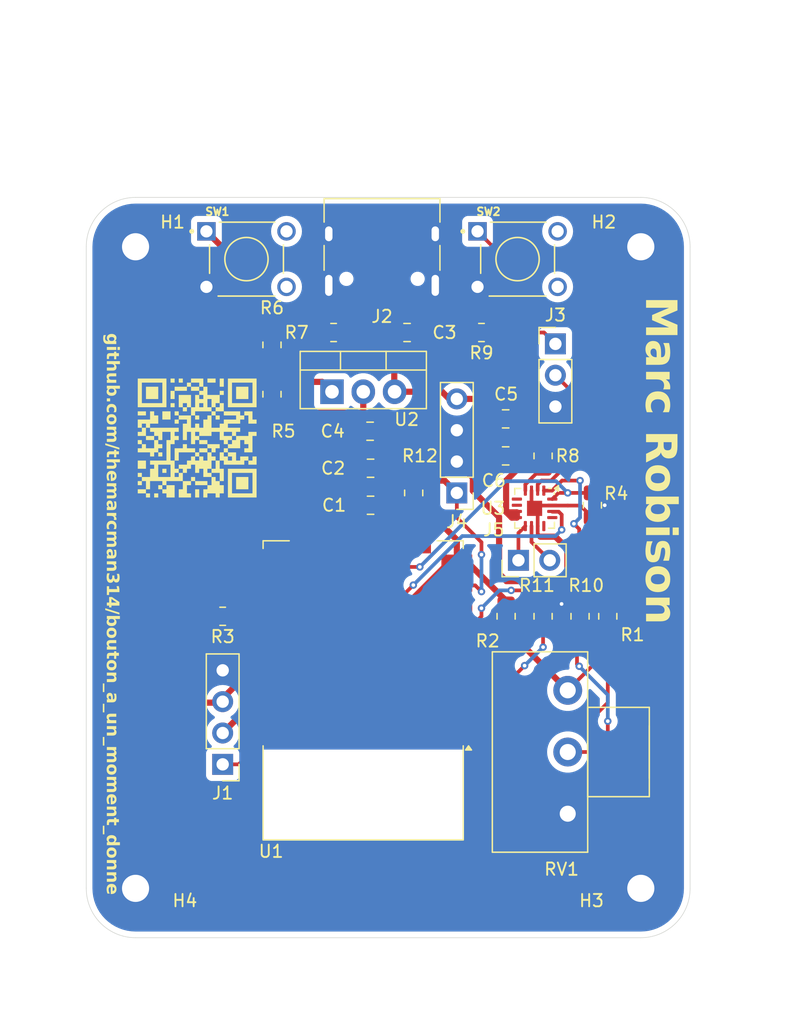
<source format=kicad_pcb>
(kicad_pcb (version 20241229) (generator "pcbnew") (generator_version "9.0")
  (layers (0 "F.Cu" signal) (2 "B.Cu" signal) (13 "F.Paste" user) (15 "B.Paste" user) (5 "F.SilkS" user "F.Silkscreen") (7 "B.SilkS" user "B.Silkscreen") (1 "F.Mask" user) (3 "B.Mask" user) (25 "Edge.Cuts" user))
  (net 0 "")
  (net 1 "GND")
  (net 2 "+3V3")
  (net 3 "+5V")
  (net 4 "Rx")
  (net 5 "Tx")
  (net 6 "Net-(J2-CC1)")
  (net 7 "Net-(J3-Pin_1)")
  (net 8 "GAIN_SELECT")
  (net 9 "Net-(J4-Pin_1)")
  (net 10 "outP")
  (net 11 "outN")
  (net 12 "Net-(U1-~{RST})")
  (net 13 "Net-(U1-EN)")
  (net 14 "Net-(U1-GPIO0)")
  (net 15 "BCLK")
  (net 16 "Net-(U2-ADJ)")
  (net 17 "Net-(U3-~{SD_MODE})")
  (net 18 "Net-(U1-ADC)")
  (net 19 "Net-(R10-Pad1)")
  (net 26 "LRC")
  (footprint "Connector_PinHeader_2.54mm:PinHeader_1x04_P2.54mm_Vertical" (layer "F.Cu") (at 127.07 85.95 180)
    (property "Reference" "J1" (at 0 -2.33 0) (layer "F.SilkS"))
    (property "Value" "Conn_01x04_Pin")
    (pad "1" thru_hole rect (at 0 0 180) (size 1.7 1.7) (drill 1) (layers "*.Cu" "*.Mask") (net 5 "Tx"))
    (pad "2" thru_hole oval (at 0 2.54 180) (size 1.7 1.7) (drill 1) (layers "*.Cu" "*.Mask") (net 4 "Rx"))
    (pad "3" thru_hole oval (at 0 5.08 180) (size 1.7 1.7) (drill 1) (layers "*.Cu" "*.Mask") (net 2 "+3V3"))
    (pad "4" thru_hole oval (at 0 7.62 180) (size 1.7 1.7) (drill 1) (layers "*.Cu" "*.Mask") (net 1 "GND"))
  )
  (footprint "Package_DFN_QFN:TQFN-16-1EP_3x3mm_P0.5mm_EP1.23x1.23mm" (layer "F.Cu") (at 152.38 65.2 -90)
    (property "Reference" "U3" (at 0 3.38 0) (layer "F.SilkS"))
    (property "Value" "MAX98357A")
    (pad "1" smd roundrect (at -1.4375 -0.75 270) (size 0.825 0.25) (layers "F.Cu" "F.Mask" "F.Paste") (net 4 "Rx"))
    (pad "2" smd roundrect (at -1.4375 -0.25 270) (size 0.825 0.25) (layers "F.Cu" "F.Mask" "F.Paste") (net 8 "GAIN_SELECT"))
    (pad "3" smd roundrect (at -1.4375 0.25 270) (size 0.825 0.25) (layers "F.Cu" "F.Mask" "F.Paste") (net 1 "GND"))
    (pad "4" smd roundrect (at -1.4375 0.75 270) (size 0.825 0.25) (layers "F.Cu" "F.Mask" "F.Paste") (net 17 "Net-(U3-~{SD_MODE})"))
    (pad "5" smd roundrect (at -0.75 1.4375 270) (size 0.25 0.825) (layers "F.Cu" "F.Mask" "F.Paste"))
    (pad "6" smd roundrect (at -0.25 1.4375 270) (size 0.25 0.825) (layers "F.Cu" "F.Mask" "F.Paste"))
    (pad "7" smd roundrect (at 0.25 1.4375 270) (size 0.25 0.825) (layers "F.Cu" "F.Mask" "F.Paste") (net 3 "+5V"))
    (pad "8" smd roundrect (at 0.75 1.4375 270) (size 0.25 0.825) (layers "F.Cu" "F.Mask" "F.Paste") (net 3 "+5V"))
    (pad "9" smd roundrect (at 1.4375 0.75 270) (size 0.825 0.25) (layers "F.Cu" "F.Mask" "F.Paste") (net 10 "outP"))
    (pad "10" smd roundrect (at 1.4375 0.25 270) (size 0.825 0.25) (layers "F.Cu" "F.Mask" "F.Paste") (net 11 "outN"))
    (pad "11" smd roundrect (at 1.4375 -0.25 270) (size 0.825 0.25) (layers "F.Cu" "F.Mask" "F.Paste") (net 1 "GND"))
    (pad "12" smd roundrect (at 1.4375 -0.75 270) (size 0.825 0.25) (layers "F.Cu" "F.Mask" "F.Paste"))
    (pad "13" smd roundrect (at 0.75 -1.4375 270) (size 0.25 0.825) (layers "F.Cu" "F.Mask" "F.Paste"))
    (pad "14" smd roundrect (at 0.25 -1.4375 270) (size 0.25 0.825) (layers "F.Cu" "F.Mask" "F.Paste") (net 26 "LRC"))
    (pad "15" smd roundrect (at -0.25 -1.4375 270) (size 0.25 0.825) (layers "F.Cu" "F.Mask" "F.Paste") (net 1 "GND"))
    (pad "16" smd roundrect (at -0.75 -1.4375 270) (size 0.25 0.825) (layers "F.Cu" "F.Mask" "F.Paste") (net 15 "BCLK"))
    (pad "17" smd rect (at 0 0 270) (size 1.23 1.23) (property pad_prop_heatsink) (layers "F.Cu" "F.Mask") (net 1 "GND"))
  )
  (footprint "footprints:SW_1825910-6-4" (layer "F.Cu") (at 129 45)
    (property "Reference" "SW1" (at -2.3627 -3.844398 0) (layer "F.SilkS") (effects (font (size 0.630643 0.630643))))
    (property "Value" "SW_Push")
    (pad "1" thru_hole rect (at -3.25 -2.25) (size 1.498 1.498) (drill 0.99) (layers "*.Cu" "*.Mask") (net 14 "Net-(U1-GPIO0)"))
    (pad "2" thru_hole circle (at -3.25 2.25) (size 1.498 1.498) (drill 0.99) (layers "*.Cu" "*.Mask") (net 1 "GND"))
    (pad "3" thru_hole circle (at 3.25 2.25) (size 1.498 1.498) (drill 0.99) (layers "*.Cu" "*.Mask"))
    (pad "4" thru_hole circle (at 3.25 -2.25) (size 1.498 1.498) (drill 0.99) (layers "*.Cu" "*.Mask"))
  )
  (footprint "Resistor_SMD:R_0805_2012Metric_Pad1.20x1.40mm_HandSolder" (layer "F.Cu") (at 158.32 73.95 -90)
    (property "Reference" "R1" (at 1.5 -2 180) (layer "F.SilkS"))
    (property "Value" "10k")
    (pad "1" smd roundrect (at -1 0 270) (size 1.2 1.4) (layers "F.Cu" "F.Mask" "F.Paste") (roundrect_rratio 0.208333) (net 2 "+3V3"))
    (pad "2" smd roundrect (at 1 0 270) (size 1.2 1.4) (layers "F.Cu" "F.Mask" "F.Paste") (roundrect_rratio 0.208333) (net 12 "Net-(U1-~{RST})"))
  )
  (footprint "Package_TO_SOT_THT:TO-220-3_Vertical" (layer "F.Cu") (at 135.94 55.75)
    (property "Reference" "U2" (at 6.06 2.25 0) (layer "F.SilkS"))
    (property "Value" "LM317_TO-220")
    (pad "1" thru_hole rect (at 0 0) (size 1.905 2) (drill 1.1) (layers "*.Cu" "*.Mask") (net 16 "Net-(U2-ADJ)"))
    (pad "2" thru_hole oval (at 2.54 0) (size 1.905 2) (drill 1.1) (layers "*.Cu" "*.Mask") (net 2 "+3V3"))
    (pad "3" thru_hole oval (at 5.08 0) (size 1.905 2) (drill 1.1) (layers "*.Cu" "*.Mask") (net 3 "+5V"))
  )
  (footprint "Resistor_SMD:R_0805_2012Metric_Pad1.20x1.40mm_HandSolder" (layer "F.Cu") (at 153.07 60.95 -90)
    (property "Reference" "R8" (at 0 -2 180) (layer "F.SilkS"))
    (property "Value" "1M")
    (pad "1" smd roundrect (at -1 0 270) (size 1.2 1.4) (layers "F.Cu" "F.Mask" "F.Paste") (roundrect_rratio 0.208333) (net 3 "+5V"))
    (pad "2" smd roundrect (at 1 0 270) (size 1.2 1.4) (layers "F.Cu" "F.Mask" "F.Paste") (roundrect_rratio 0.208333) (net 17 "Net-(U3-~{SD_MODE})"))
  )
  (footprint "Resistor_SMD:R_0805_2012Metric_Pad1.20x1.40mm_HandSolder" (layer "F.Cu") (at 157.07 64.95 -90)
    (property "Reference" "R4" (at -0.95 -1.93 180) (layer "F.SilkS"))
    (property "Value" "10k")
    (pad "1" smd roundrect (at -1 0 270) (size 1.2 1.4) (layers "F.Cu" "F.Mask" "F.Paste") (roundrect_rratio 0.208333) (net 15 "BCLK"))
    (pad "2" smd roundrect (at 1 0 270) (size 1.2 1.4) (layers "F.Cu" "F.Mask" "F.Paste") (roundrect_rratio 0.208333) (net 1 "GND"))
  )
  (footprint "Resistor_SMD:R_0805_2012Metric_Pad1.20x1.40mm_HandSolder" (layer "F.Cu") (at 148.07 50.95 180)
    (property "Reference" "R9" (at 0 -1.65 0) (layer "F.SilkS"))
    (property "Value" "100k")
    (pad "1" smd roundrect (at -1 0 180) (size 1.2 1.4) (layers "F.Cu" "F.Mask" "F.Paste") (roundrect_rratio 0.208333) (net 7 "Net-(J3-Pin_1)"))
    (pad "2" smd roundrect (at 1 0 180) (size 1.2 1.4) (layers "F.Cu" "F.Mask" "F.Paste") (roundrect_rratio 0.208333) (net 1 "GND"))
  )
  (footprint "LOGO" (layer "F.Cu") (at 125 59.5 -90)
    (property "Reference" "G***" (hide yes))
    (property "Value" "LOGO" (hide yes))
  )
  (footprint "MountingHole:MountingHole_2.2mm_M2_DIN965_Pad" (layer "F.Cu") (at 120 44)
    (property "Reference" "H1" (at 3 -2 0) (layer "F.SilkS"))
    (property "Value" "MountingHole_Pad")
    (pad "1" thru_hole circle (at 0 0) (size 3.8 3.8) (drill 2.2) (layers "*.Cu" "*.Mask") (net 1 "GND"))
  )
  (footprint "RF_Module:ESP-12E" (layer "F.Cu") (at 138.47 79.95 180)
    (property "Reference" "U1" (at 7.47 -13.05 0) (layer "F.SilkS"))
    (property "Value" "ESP-12F")
    (pad "1" smd rect (at -7.6 -3.5 180) (size 2.5 1) (layers "F.Cu" "F.Mask" "F.Paste") (net 12 "Net-(U1-~{RST})"))
    (pad "2" smd rect (at -7.6 -1.5 180) (size 2.5 1) (layers "F.Cu" "F.Mask" "F.Paste") (net 18 "Net-(U1-ADC)"))
    (pad "3" smd rect (at -7.6 0.5 180) (size 2.5 1) (layers "F.Cu" "F.Mask" "F.Paste") (net 13 "Net-(U1-EN)"))
    (pad "4" smd rect (at -7.6 2.5 180) (size 2.5 1) (layers "F.Cu" "F.Mask" "F.Paste"))
    (pad "5" smd rect (at -7.6 4.5 180) (size 2.5 1) (layers "F.Cu" "F.Mask" "F.Paste"))
    (pad "6" smd rect (at -7.6 6.5 180) (size 2.5 1) (layers "F.Cu" "F.Mask" "F.Paste"))
    (pad "7" smd rect (at -7.6 8.5 180) (size 2.5 1) (layers "F.Cu" "F.Mask" "F.Paste") (net 9 "Net-(J4-Pin_1)"))
    (pad "8" smd rect (at -7.6 10.5 180) (size 2.5 1) (layers "F.Cu" "F.Mask" "F.Paste") (net 2 "+3V3"))
    (pad "9" smd rect (at -5 12 180) (size 1 1.8) (layers "F.Cu" "F.Mask" "F.Paste"))
    (pad "10" smd rect (at -3 12 180) (size 1 1.8) (layers "F.Cu" "F.Mask" "F.Paste"))
    (pad "11" smd rect (at -1 12 180) (size 1 1.8) (layers "F.Cu" "F.Mask" "F.Paste"))
    (pad "12" smd rect (at 1 12 180) (size 1 1.8) (layers "F.Cu" "F.Mask" "F.Paste"))
    (pad "13" smd rect (at 3 12 180) (size 1 1.8) (layers "F.Cu" "F.Mask" "F.Paste"))
    (pad "14" smd rect (at 5 12 180) (size 1 1.8) (layers "F.Cu" "F.Mask" "F.Paste"))
    (pad "15" smd rect (at 7.6 10.5 180) (size 2.5 1) (layers "F.Cu" "F.Mask" "F.Paste") (net 1 "GND"))
    (pad "16" smd rect (at 7.6 8.5 180) (size 2.5 1) (layers "F.Cu" "F.Mask" "F.Paste") (net 15 "BCLK"))
    (pad "17" smd rect (at 7.6 6.5 180) (size 2.5 1) (layers "F.Cu" "F.Mask" "F.Paste") (net 26 "LRC"))
    (pad "18" smd rect (at 7.6 4.5 180) (size 2.5 1) (layers "F.Cu" "F.Mask" "F.Paste") (net 14 "Net-(U1-GPIO0)"))
    (pad "19" smd rect (at 7.6 2.5 180) (size 2.5 1) (layers "F.Cu" "F.Mask" "F.Paste"))
    (pad "20" smd rect (at 7.6 0.5 180) (size 2.5 1) (layers "F.Cu" "F.Mask" "F.Paste"))
    (pad "21" smd rect (at 7.6 -1.5 180) (size 2.5 1) (layers "F.Cu" "F.Mask" "F.Paste") (net 4 "Rx"))
    (pad "22" smd rect (at 7.6 -3.5 180) (size 2.5 1) (layers "F.Cu" "F.Mask" "F.Paste") (net 5 "Tx"))
    (zone (net 0) (net_name "") (layers "F.Cu" "B.Cu") (connect_pads (clearance 0)) (min_thickness 0.254)
      (keepout (tracks not_allowed) (vias not_allowed) (pads not_allowed) (copperpour not_allowed) (footprints not_allowed))
      (fill (thermal_gap 0.508) (thermal_bridge_width 0.508))
      (polygon (pts (xy 146.59 84.75) (xy 130.35 84.75) (xy 130.35 92.07) (xy 146.59 92.07)))
    )
  )
  (footprint "Resistor_SMD:R_0805_2012Metric_Pad1.20x1.40mm_HandSolder" (layer "F.Cu") (at 153.07 73.95 -90)
    (property "Reference" "R11" (at -2.5 0.5 180) (layer "F.SilkS"))
    (property "Value" "10k")
    (pad "1" smd roundrect (at -1 0 270) (size 1.2 1.4) (layers "F.Cu" "F.Mask" "F.Paste") (roundrect_rratio 0.208333) (net 1 "GND"))
    (pad "2" smd roundrect (at 1 0 270) (size 1.2 1.4) (layers "F.Cu" "F.Mask" "F.Paste") (roundrect_rratio 0.208333) (net 18 "Net-(U1-ADC)"))
  )
  (footprint "Resistor_SMD:R_0805_2012Metric_Pad1.20x1.40mm_HandSolder" (layer "F.Cu") (at 127.07 73.95 180)
    (property "Reference" "R3" (at 0 -1.65 0) (layer "F.SilkS"))
    (property "Value" "10k")
    (pad "1" smd roundrect (at -1 0 180) (size 1.2 1.4) (layers "F.Cu" "F.Mask" "F.Paste") (roundrect_rratio 0.208333) (net 14 "Net-(U1-GPIO0)"))
    (pad "2" smd roundrect (at 1 0 180) (size 1.2 1.4) (layers "F.Cu" "F.Mask" "F.Paste") (roundrect_rratio 0.208333) (net 2 "+3V3"))
  )
  (footprint "Resistor_SMD:R_0805_2012Metric_Pad1.20x1.40mm_HandSolder" (layer "F.Cu") (at 142.57 63.95 90)
    (property "Reference" "R12" (at 3 0.5 180) (layer "F.SilkS"))
    (property "Value" "10k")
    (pad "1" smd roundrect (at -1 0 90) (size 1.2 1.4) (layers "F.Cu" "F.Mask" "F.Paste") (roundrect_rratio 0.208333) (net 2 "+3V3"))
    (pad "2" smd roundrect (at 1 0 90) (size 1.2 1.4) (layers "F.Cu" "F.Mask" "F.Paste") (roundrect_rratio 0.208333) (net 9 "Net-(J4-Pin_1)"))
  )
  (footprint "Connector_PinHeader_2.54mm:PinHeader_1x04_P2.54mm_Vertical" (layer "F.Cu") (at 146.07 63.95 180)
    (property "Reference" "J4" (at 0 -2.33 0) (layer "F.SilkS"))
    (property "Value" "Conn_01x04_Pin")
    (pad "1" thru_hole rect (at 0 0 180) (size 1.7 1.7) (drill 1) (layers "*.Cu" "*.Mask") (net 9 "Net-(J4-Pin_1)"))
    (pad "2" thru_hole oval (at 0 2.54 180) (size 1.7 1.7) (drill 1) (layers "*.Cu" "*.Mask") (net 1 "GND"))
    (pad "3" thru_hole oval (at 0 5.08 180) (size 1.7 1.7) (drill 1) (layers "*.Cu" "*.Mask") (net 1 "GND"))
    (pad "4" thru_hole oval (at 0 7.62 180) (size 1.7 1.7) (drill 1) (layers "*.Cu" "*.Mask") (net 3 "+5V"))
  )
  (footprint "Capacitor_SMD:C_0805_2012Metric_Pad1.18x1.45mm_HandSolder" (layer "F.Cu") (at 150.0325 60.95)
    (property "Reference" "C6" (at -0.9625 2 0) (layer "F.SilkS"))
    (property "Value" "10u")
    (pad "1" smd roundrect (at -1.0375 0) (size 1.175 1.45) (layers "F.Cu" "F.Mask" "F.Paste") (roundrect_rratio 0.212766) (net 1 "GND"))
    (pad "2" smd roundrect (at 1.0375 0) (size 1.175 1.45) (layers "F.Cu" "F.Mask" "F.Paste") (roundrect_rratio 0.212766) (net 3 "+5V"))
  )
  (footprint "Resistor_SMD:R_0805_2012Metric_Pad1.20x1.40mm_HandSolder" (layer "F.Cu") (at 131.07 51.95 90)
    (property "Reference" "R6" (at 3 0 180) (layer "F.SilkS"))
    (property "Value" "270")
    (pad "1" smd roundrect (at -1 0 90) (size 1.2 1.4) (layers "F.Cu" "F.Mask" "F.Paste") (roundrect_rratio 0.208333) (net 16 "Net-(U2-ADJ)"))
    (pad "2" smd roundrect (at 1 0 90) (size 1.2 1.4) (layers "F.Cu" "F.Mask" "F.Paste") (roundrect_rratio 0.208333) (net 1 "GND"))
  )
  (footprint "Capacitor_SMD:C_0805_2012Metric_Pad1.18x1.45mm_HandSolder" (layer "F.Cu") (at 139.07 61.95)
    (property "Reference" "C2" (at -3.0375 0 0) (layer "F.SilkS"))
    (property "Value" "10uF")
    (pad "1" smd roundrect (at -1.0375 0) (size 1.175 1.45) (layers "F.Cu" "F.Mask" "F.Paste") (roundrect_rratio 0.212766) (net 1 "GND"))
    (pad "2" smd roundrect (at 1.0375 0) (size 1.175 1.45) (layers "F.Cu" "F.Mask" "F.Paste") (roundrect_rratio 0.212766) (net 2 "+3V3"))
  )
  (footprint "Resistor_SMD:R_0805_2012Metric_Pad1.20x1.40mm_HandSolder" (layer "F.Cu") (at 136.07 50.95 180)
    (property "Reference" "R7" (at 3 0 0) (layer "F.SilkS"))
    (property "Value" "5k1")
    (pad "1" smd roundrect (at -1 0 180) (size 1.2 1.4) (layers "F.Cu" "F.Mask" "F.Paste") (roundrect_rratio 0.208333) (net 6 "Net-(J2-CC1)"))
    (pad "2" smd roundrect (at 1 0 180) (size 1.2 1.4) (layers "F.Cu" "F.Mask" "F.Paste") (roundrect_rratio 0.208333) (net 1 "GND"))
  )
  (footprint "Capacitor_SMD:C_0805_2012Metric_Pad1.18x1.45mm_HandSolder" (layer "F.Cu") (at 142.0325 50.95)
    (property "Reference" "C3" (at 3.0375 0 0) (layer "F.SilkS"))
    (property "Value" "100n")
    (pad "1" smd roundrect (at -1.0375 0) (size 1.175 1.45) (layers "F.Cu" "F.Mask" "F.Paste") (roundrect_rratio 0.212766) (net 3 "+5V"))
    (pad "2" smd roundrect (at 1.0375 0) (size 1.175 1.45) (layers "F.Cu" "F.Mask" "F.Paste") (roundrect_rratio 0.212766) (net 1 "GND"))
  )
  (footprint "MountingHole:MountingHole_2.2mm_M2_DIN965_Pad" (layer "F.Cu") (at 161 44)
    (property "Reference" "H2" (at -3 -2 0) (layer "F.SilkS"))
    (property "Value" "MountingHole_Pad")
    (pad "1" thru_hole circle (at 0 0) (size 3.8 3.8) (drill 2.2) (layers "*.Cu" "*.Mask") (net 1 "GND"))
  )
  (footprint "Capacitor_SMD:C_0805_2012Metric_Pad1.18x1.45mm_HandSolder" (layer "F.Cu") (at 139.0325 58.95 180)
    (property "Reference" "C4" (at 3.0375 0 0) (layer "F.SilkS"))
    (property "Value" "1u")
    (pad "1" smd roundrect (at -1.0375 0 180) (size 1.175 1.45) (layers "F.Cu" "F.Mask" "F.Paste") (roundrect_rratio 0.212766) (net 2 "+3V3"))
    (pad "2" smd roundrect (at 1.0375 0 180) (size 1.175 1.45) (layers "F.Cu" "F.Mask" "F.Paste") (roundrect_rratio 0.212766) (net 1 "GND"))
  )
  (footprint "Capacitor_SMD:C_0805_2012Metric_Pad1.18x1.45mm_HandSolder" (layer "F.Cu") (at 139.07 64.95)
    (property "Reference" "C1" (at -2.9625 0 0) (layer "F.SilkS"))
    (property "Value" "100nF")
    (pad "1" smd roundrect (at -1.0375 0) (size 1.175 1.45) (layers "F.Cu" "F.Mask" "F.Paste") (roundrect_rratio 0.212766) (net 1 "GND"))
    (pad "2" smd roundrect (at 1.0375 0) (size 1.175 1.45) (layers "F.Cu" "F.Mask" "F.Paste") (roundrect_rratio 0.212766) (net 2 "+3V3"))
  )
  (footprint "Resistor_SMD:R_0805_2012Metric_Pad1.20x1.40mm_HandSolder" (layer "F.Cu") (at 156.07 73.95 90)
    (property "Reference" "R10" (at 2.5 0.5 180) (layer "F.SilkS"))
    (property "Value" "33k")
    (pad "1" smd roundrect (at -1 0 90) (size 1.2 1.4) (layers "F.Cu" "F.Mask" "F.Paste") (roundrect_rratio 0.208333) (net 19 "Net-(R10-Pad1)"))
    (pad "2" smd roundrect (at 1 0 90) (size 1.2 1.4) (layers "F.Cu" "F.Mask" "F.Paste") (roundrect_rratio 0.208333) (net 18 "Net-(U1-ADC)"))
  )
  (footprint "footprints:SW_1825910-6-4" (layer "F.Cu") (at 151 45)
    (property "Reference" "SW2" (at -2.3627 -3.844398 0) (layer "F.SilkS") (effects (font (size 0.630643 0.630643))))
    (property "Value" "SW_Push")
    (pad "1" thru_hole rect (at -3.25 -2.25) (size 1.498 1.498) (drill 0.99) (layers "*.Cu" "*.Mask") (net 12 "Net-(U1-~{RST})"))
    (pad "2" thru_hole circle (at -3.25 2.25) (size 1.498 1.498) (drill 0.99) (layers "*.Cu" "*.Mask") (net 1 "GND"))
    (pad "3" thru_hole circle (at 3.25 2.25) (size 1.498 1.498) (drill 0.99) (layers "*.Cu" "*.Mask"))
    (pad "4" thru_hole circle (at 3.25 -2.25) (size 1.498 1.498) (drill 0.99) (layers "*.Cu" "*.Mask"))
  )
  (footprint "Connector_USB:USB_C_Receptacle_HRO_TYPE-C-31-M-12" (layer "F.Cu") (at 140 44 180)
    (property "Reference" "J2" (at 0 -5.645 180) (layer "F.SilkS"))
    (property "Value" "USB_C_Receptacle_USB2.0_16P")
    (pad "" np_thru_hole circle (at -2.89 -2.6 180) (size 0.65 0.65) (drill 0.65) (layers "*.Cu" "*.Mask"))
    (pad "" np_thru_hole circle (at 2.89 -2.6 180) (size 0.65 0.65) (drill 0.65) (layers "*.Cu" "*.Mask"))
    (pad "A1" smd rect (at -3.25 -4.045 180) (size 0.6 1.45) (layers "F.Cu" "F.Mask" "F.Paste") (net 1 "GND"))
    (pad "A4" smd rect (at -2.45 -4.045 180) (size 0.6 1.45) (layers "F.Cu" "F.Mask" "F.Paste") (net 3 "+5V"))
    (pad "A5" smd rect (at -1.25 -4.045 180) (size 0.3 1.45) (layers "F.Cu" "F.Mask" "F.Paste") (net 6 "Net-(J2-CC1)"))
    (pad "A6" smd rect (at -0.25 -4.045 180) (size 0.3 1.45) (layers "F.Cu" "F.Mask" "F.Paste"))
    (pad "A7" smd rect (at 0.25 -4.045 180) (size 0.3 1.45) (layers "F.Cu" "F.Mask" "F.Paste"))
    (pad "A8" smd rect (at 1.25 -4.045 180) (size 0.3 1.45) (layers "F.Cu" "F.Mask" "F.Paste"))
    (pad "A9" smd rect (at 2.45 -4.045 180) (size 0.6 1.45) (layers "F.Cu" "F.Mask" "F.Paste") (net 3 "+5V"))
    (pad "A12" smd rect (at 3.25 -4.045 180) (size 0.6 1.45) (layers "F.Cu" "F.Mask" "F.Paste") (net 1 "GND"))
    (pad "B1" smd rect (at 3.25 -4.045 180) (size 0.6 1.45) (layers "F.Cu" "F.Mask" "F.Paste") (net 1 "GND"))
    (pad "B4" smd rect (at 2.45 -4.045 180) (size 0.6 1.45) (layers "F.Cu" "F.Mask" "F.Paste") (net 3 "+5V"))
    (pad "B5" smd rect (at 1.75 -4.045 180) (size 0.3 1.45) (layers "F.Cu" "F.Mask" "F.Paste") (net 6 "Net-(J2-CC1)"))
    (pad "B6" smd rect (at 0.75 -4.045 180) (size 0.3 1.45) (layers "F.Cu" "F.Mask" "F.Paste"))
    (pad "B7" smd rect (at -0.75 -4.045 180) (size 0.3 1.45) (layers "F.Cu" "F.Mask" "F.Paste"))
    (pad "B8" smd rect (at -1.75 -4.045 180) (size 0.3 1.45) (layers "F.Cu" "F.Mask" "F.Paste"))
    (pad "B9" smd rect (at -2.45 -4.045 180) (size 0.6 1.45) (layers "F.Cu" "F.Mask" "F.Paste") (net 3 "+5V"))
    (pad "B12" smd rect (at -3.25 -4.045 180) (size 0.6 1.45) (layers "F.Cu" "F.Mask" "F.Paste") (net 1 "GND"))
    (pad "S1" thru_hole oval (at -4.32 -3.13 180) (size 1 2.1) (drill oval 0.6 1.7) (layers "*.Cu" "*.Mask") (net 1 "GND"))
    (pad "S1" thru_hole oval (at -4.32 1.05 180) (size 1 1.6) (drill oval 0.6 1.2) (layers "*.Cu" "*.Mask") (net 1 "GND"))
    (pad "S1" thru_hole oval (at 4.32 -3.13 180) (size 1 2.1) (drill oval 0.6 1.7) (layers "*.Cu" "*.Mask") (net 1 "GND"))
    (pad "S1" thru_hole oval (at 4.32 1.05 180) (size 1 1.6) (drill oval 0.6 1.2) (layers "*.Cu" "*.Mask") (net 1 "GND"))
  )
  (footprint "Resistor_SMD:R_0805_2012Metric_Pad1.20x1.40mm_HandSolder" (layer "F.Cu") (at 150.07 73.95 -90)
    (property "Reference" "R2" (at 2 1.5 180) (layer "F.SilkS"))
    (property "Value" "10k")
    (pad "1" smd roundrect (at -1 0 270) (size 1.2 1.4) (layers "F.Cu" "F.Mask" "F.Paste") (roundrect_rratio 0.208333) (net 2 "+3V3"))
    (pad "2" smd roundrect (at 1 0 270) (size 1.2 1.4) (layers "F.Cu" "F.Mask" "F.Paste") (roundrect_rratio 0.208333) (net 13 "Net-(U1-EN)"))
  )
  (footprint "MountingHole:MountingHole_2.2mm_M2_DIN965_Pad" (layer "F.Cu") (at 120 96)
    (property "Reference" "H4" (at 4 1 0) (layer "F.SilkS"))
    (property "Value" "MountingHole_Pad")
    (pad "1" thru_hole circle (at 0 0) (size 3.8 3.8) (drill 2.2) (layers "*.Cu" "*.Mask") (net 1 "GND"))
  )
  (footprint "Capacitor_SMD:C_0805_2012Metric_Pad1.18x1.45mm_HandSolder" (layer "F.Cu") (at 150.0325 57.95)
    (property "Reference" "C5" (at 0.0375 -2 180) (layer "F.SilkS"))
    (property "Value" "100n")
    (pad "1" smd roundrect (at -1.0375 0) (size 1.175 1.45) (layers "F.Cu" "F.Mask" "F.Paste") (roundrect_rratio 0.212766) (net 1 "GND"))
    (pad "2" smd roundrect (at 1.0375 0) (size 1.175 1.45) (layers "F.Cu" "F.Mask" "F.Paste") (roundrect_rratio 0.212766) (net 3 "+5V"))
  )
  (footprint "Potentiometer_THT:Potentiometer_Piher_T-16H_Single_Horizontal" (layer "F.Cu") (at 155.07 89.95)
    (property "Reference" "RV1" (at -0.5 4.5 0) (layer "F.SilkS"))
    (property "Value" "R_Potentiometer")
    (pad "1" thru_hole circle (at 0 0) (size 2.34 2.34) (drill 1.3) (layers "*.Cu" "*.Mask") (net 1 "GND"))
    (pad "2" thru_hole circle (at 0 -5) (size 2.34 2.34) (drill 1.3) (layers "*.Cu" "*.Mask") (net 19 "Net-(R10-Pad1)"))
    (pad "3" thru_hole circle (at 0 -10) (size 2.34 2.34) (drill 1.3) (layers "*.Cu" "*.Mask") (net 2 "+3V3"))
  )
  (footprint "Connector_PinHeader_2.54mm:PinHeader_1x02_P2.54mm_Vertical" (layer "F.Cu") (at 151.07 69.41 90)
    (property "Reference" "J5" (at 2.46 -2 180) (layer "F.SilkS"))
    (property "Value" "Conn_01x02_Pin")
    (pad "1" thru_hole rect (at 0 0 90) (size 1.7 1.7) (drill 1) (layers "*.Cu" "*.Mask") (net 10 "outP"))
    (pad "2" thru_hole oval (at 0 2.54 90) (size 1.7 1.7) (drill 1) (layers "*.Cu" "*.Mask") (net 11 "outN"))
  )
  (footprint "Connector_PinHeader_2.54mm:PinHeader_1x03_P2.54mm_Vertical" (layer "F.Cu") (at 154.07 51.87)
    (property "Reference" "J3" (at 0 -2.33 0) (layer "F.SilkS"))
    (property "Value" "Conn_01x03_Pin")
    (pad "1" thru_hole rect (at 0 0) (size 1.7 1.7) (drill 1) (layers "*.Cu" "*.Mask") (net 7 "Net-(J3-Pin_1)"))
    (pad "2" thru_hole oval (at 0 2.54) (size 1.7 1.7) (drill 1) (layers "*.Cu" "*.Mask") (net 8 "GAIN_SELECT"))
    (pad "3" thru_hole oval (at 0 5.08) (size 1.7 1.7) (drill 1) (layers "*.Cu" "*.Mask") (net 1 "GND"))
  )
  (footprint "Resistor_SMD:R_0805_2012Metric_Pad1.20x1.40mm_HandSolder" (layer "F.Cu") (at 131.07 55.95 90)
    (property "Reference" "R5" (at -3 0.93 180) (layer "F.SilkS"))
    (property "Value" "390")
    (pad "1" smd roundrect (at -1 0 90) (size 1.2 1.4) (layers "F.Cu" "F.Mask" "F.Paste") (roundrect_rratio 0.208333) (net 2 "+3V3"))
    (pad "2" smd roundrect (at 1 0 90) (size 1.2 1.4) (layers "F.Cu" "F.Mask" "F.Paste") (roundrect_rratio 0.208333) (net 16 "Net-(U2-ADJ)"))
  )
  (footprint "MountingHole:MountingHole_2.2mm_M2_DIN965_Pad" (layer "F.Cu") (at 161 96)
    (property "Reference" "H3" (at -4 1 0) (layer "F.SilkS"))
    (property "Value" "MountingHole_Pad")
    (pad "1" thru_hole circle (at 0 0) (size 3.8 3.8) (drill 2.2) (layers "*.Cu" "*.Mask") (net 1 "GND"))
  )
  (gr_arc (start 165 96) (mid 163.828427 98.828427) (end 161 100) (stroke (width 0.05)) (layer "Edge.Cuts"))
  (gr_arc (start 161 40) (mid 163.828427 41.171573) (end 165 44) (stroke (width 0.05)) (layer "Edge.Cuts"))
  (gr_line (start 161 100) (end 120 100) (stroke (width 0.05)) (layer "Edge.Cuts"))
  (gr_arc (start 120 100) (mid 117.171573 98.828427) (end 116 96) (stroke (width 0.05)) (layer "Edge.Cuts"))
  (gr_line (start 165 44) (end 165 96) (stroke (width 0.05)) (layer "Edge.Cuts"))
  (gr_line (start 120 40) (end 161 40) (stroke (width 0.05)) (layer "Edge.Cuts"))
  (gr_arc (start 116 44) (mid 117.171573 41.171573) (end 120 40) (stroke (width 0.05)) (layer "Edge.Cuts"))
  (gr_line (start 116 96) (end 116 44) (stroke (width 0.05)) (layer "Edge.Cuts"))
  (gr_text "Marc Robison" (at 161 48 -90) (layer "F.SilkS") (effects (font (size 2.5 2.5) (thickness 0.3) (bold yes)) (justify left bottom)))
  (gr_text "github.com/themarcman314/bouton_a_un_moment_donne" (at 117.5 51 270) (layer "F.SilkS") (effects (font (size 1 1) (thickness 0.125) (bold yes)) (justify left bottom)))
  (segment (start 152.63 66.6375) (end 152.63 65.45) (width 0.3) (layer "F.Cu") (net 1))
  (segment (start 146.99 57.95) (end 146.07 58.87) (width 0.5) (layer "F.Cu") (net 1))
  (segment (start 135.07 49.725) (end 136.75 48.045) (width 0.5) (layer "F.Cu") (net 1))
  (segment (start 150.1 71.1) (end 154.9 71.1) (width 0.5) (layer "F.Cu") (net 1))
  (segment (start 149.5 70.5) (end 150.1 71.1) (width 0.5) (layer "F.Cu") (net 1))
  (segment (start 144.32 47.13) (end 144.165 47.13) (width 0.3) (layer "F.Cu") (net 1))
  (segment (start 148.995 57.95) (end 146.99 57.95) (width 0.5) (layer "F.Cu") (net 1))
  (segment (start 134.17 64.95) (end 130.87 68.25) (width 0.5) (layer "F.Cu") (net 1))
  (segment (start 135.07 50.95) (end 131.07 50.95) (width 0.5) (layer "F.Cu") (net 1))
  (segment (start 156.095 64.975) (end 157.07 65.95) (width 0.3) (layer "F.Cu") (net 1))
  (segment (start 143.25 48.045) (end 143.25 50.77) (width 0.3) (layer "F.Cu") (net 1))
  (segment (start 152.63 65.45) (end 152.38 65.2) (width 0.3) (layer "F.Cu") (net 1))
  (segment (start 155.04033 70.95967) (end 155.04033 68.460991) (width 0.5) (layer "F.Cu") (net 1))
  (segment (start 149.5 65.909948) (end 149.5 70.5) (width 0.5) (layer "F.Cu") (net 1))
  (segment (start 146.07 58.87) (end 146.07 61.41) (width 0.5) (layer "F.Cu") (net 1))
  (segment (start 147.37 63.779948) (end 149.5 65.909948) (width 0.5) (layer "F.Cu") (net 1))
  (segment (start 135.07 50.95) (end 135.07 49.725) (width 0.5) (layer "F.Cu") (net 1))
  (segment (start 146.07 61.41) (end 147.37 62.71) (width 0.5) (layer "F.Cu") (net 1))
  (segment (start 152.38 65.2) (end 152.13 64.95) (width 0.3) (layer "F.Cu") (net 1))
  (segment (start 146.53 60.95) (end 146.07 61.41) (width 0.5) (layer "F.Cu") (net 1))
  (segment (start 155.07 64.975) (end 156.095 64.975) (width 0.3) (layer "F.Cu") (net 1))
  (segment (start 152.63 67.276518) (end 152.853482 67.5) (width 0.3) (layer "F.Cu") (net 1))
  (segment (start 136.75 48.045) (end 136.595 48.045) (width 0.5) (layer "F.Cu") (net 1))
  (segment (start 143.25 50.77) (end 143.07 50.95) (width 0.3) (layer "F.Cu") (net 1))
  (segment (start 152.38 65.2) (end 152.605 64.975) (width 0.3) (layer "F.Cu") (net 1))
  (segment (start 129.07 52.95) (end 131.07 50.95) (width 0.5) (layer "F.Cu") (net 1))
  (segment (start 147.07 50.95) (end 153.07 56.95) (width 0.3) (layer "F.Cu") (net 1))
  (segment (start 144.165 47.13) (end 143.25 48.045) (width 0.3) (layer "F.Cu") (net 1))
  (segment (start 153.07 56.95) (end 154.07 56.95) (width 0.3) (layer "F.Cu") (net 1))
  (segment (start 129.07 58.95) (end 129.07 52.95) (width 0.5) (layer "F.Cu") (net 1))
  (segment (start 137.995 58.95) (end 129.07 58.95) (width 0.5) (layer "F.Cu") (net 1))
  (segment (start 138.0325 64.95) (end 134.17 64.95) (width 0.5) (layer "F.Cu") (net 1))
  (segment (start 146.82 50.7) (end 147.07 50.95) (width 0.3) (layer "F.Cu") (net 1))
  (segment (start 137.995 64.9125) (end 138.0325 64.95) (width 0.5) (layer "F.Cu") (net 1))
  (segment (start 157.07 65.95) (end 158.07 64.95) (width 0.3) (layer "F.Cu") (net 1))
  (segment (start 154.079339 67.5) (end 152.853482 67.5) (width 0.5) (layer "F.Cu") (net 1))
  (segment (start 147.07 50.95) (end 143.07 50.95) (width 0.3) (layer "F.Cu") (net 1))
  (segment (start 148.995 60.95) (end 146.53 60.95) (width 0.5) (layer "F.Cu") (net 1))
  (segment (start 155.04033 68.460991) (end 154.079339 67.5) (width 0.5) (layer "F.Cu") (net 1))
  (segment (start 137.995 58.95) (end 137.995 64.9125) (width 0.5) (layer "F.Cu") (net 1))
  (segment (start 152.63 66.6375) (end 152.63 67.276518) (width 0.3) (layer "F.Cu") (net 1))
  (segment (start 147.37 62.71) (end 147.37 63.779948) (width 0.5) (layer "F.Cu") (net 1))
  (segment (start 152.13 64.95) (end 152.13 63.7625) (width 0.3) (layer "F.Cu") (net 1))
  (segment (start 136.595 48.045) (end 135.68 47.13) (width 0.5) (layer "F.Cu") (net 1))
  (segment (start 130.87 68.25) (end 130.87 69.45) (width 0.5) (layer "F.Cu") (net 1))
  (segment (start 154.9 71.1) (end 155.04033 70.95967) (width 0.5) (layer "F.Cu") (net 1))
  (segment (start 153.07 72.95) (end 154.57 72.95) (width 0.5) (layer "F.Cu") (net 1))
  (segment (start 152.605 64.975) (end 155.07 64.975) (width 0.3) (layer "F.Cu") (net 1))
  (via (at 158.07 64.95) (size 0.6) (drill 0.3) (layers "F.Cu" "B.Cu") (net 1))
  (via (at 154.57 72.95) (size 0.6) (drill 0.3) (layers "F.Cu" "B.Cu") (net 1))
  (segment (start 126.07 73.95) (end 126.07 74.95) (width 0.5) (layer "F.Cu") (net 2))
  (segment (start 150.07 72.7) (end 150.07 72.95) (width 0.5) (layer "F.Cu") (net 2))
  (segment (start 140.07 58.95) (end 140.07 64.9125) (width 0.5) (layer "F.Cu") (net 2))
  (segment (start 126.07 74.95) (end 124.07 76.95) (width 0.5) (layer "F.Cu") (net 2))
  (segment (start 138.57 57.45) (end 131.57 57.45) (width 0.5) (layer "F.Cu") (net 2))
  (segment (start 125.07 80.95) (end 127.179239 80.95) (width 0.5) (layer "F.Cu") (net 2))
  (segment (start 140.1075 64.95) (end 142.57 64.95) (width 0.5) (layer "F.Cu") (net 2))
  (segment (start 145.57 69.45) (end 136.57 78.45) (width 0.5) (layer "F.Cu") (net 2))
  (segment (start 151.57 76.45) (end 155.07 79.95) (width 0.5) (layer "F.Cu") (net 2))
  (segment (start 127.07 80.6) (end 127.07 80.87) (width 0.5) (layer "F.Cu") (net 2))
  (segment (start 124.07 76.95) (end 124.07 79.95) (width 0.5) (layer "F.Cu") (net 2))
  (segment (start 138.48 55.75) (end 138.48 57.36) (width 0.5) (layer "F.Cu") (net 2))
  (segment (start 143.27 64.95) (end 146.07 67.75) (width 0.5) (layer "F.Cu") (net 2))
  (segment (start 157.27 77.75) (end 155.07 79.95) (width 0.3) (layer "F.Cu") (net 2))
  (segment (start 136.57 78.45) (end 129.22 78.45) (width 0.5) (layer "F.Cu") (net 2))
  (segment (start 131.57 57.45) (end 131.07 56.95) (width 0.5) (layer "F.Cu") (net 2))
  (segment (start 138.48 57.36) (end 140.07 58.95) (width 0.5) (layer "F.Cu") (net 2))
  (segment (start 129.22 78.45) (end 127.07 80.6) (width 0.5) (layer "F.Cu") (net 2))
  (segment (start 140.07 64.9125) (end 140.1075 64.95) (width 0.5) (layer "F.Cu") (net 2))
  (segment (start 146.07 67.75) (end 146.07 69.45) (width 0.5) (layer "F.Cu") (net 2))
  (segment (start 127.259239 80.87) (end 127.07 80.87) (width 0.5) (layer "F.Cu") (net 2))
  (segment (start 146.07 69.45) (end 145.57 69.45) (width 0.5) (layer "F.Cu") (net 2))
  (segment (start 158.32 72.95) (end 157.27 74) (width 0.3) (layer "F.Cu") (net 2))
  (segment (start 142.57 64.95) (end 143.27 64.95) (width 0.5) (layer "F.Cu") (net 2))
  (segment (start 146.07 69.45) (end 146.82 69.45) (width 0.5) (layer "F.Cu") (net 2))
  (segment (start 146.82 69.45) (end 150.07 72.7) (width 0.5) (layer "F.Cu") (net 2))
  (segment (start 151.57 74.45) (end 151.57 76.45) (width 0.5) (layer "F.Cu") (net 2))
  (segment (start 140.07 58.95) (end 138.57 57.45) (width 0.5) (layer "F.Cu") (net 2))
  (segment (start 124.07 79.95) (end 125.07 80.95) (width 0.5) (layer "F.Cu") (net 2))
  (segment (start 150.07 72.95) (end 151.57 74.45) (width 0.5) (layer "F.Cu") (net 2))
  (segment (start 157.27 74) (end 157.27 77.75) (width 0.3) (layer "F.Cu") (net 2))
  (segment (start 142.25 46.97) (end 142.25 47.845) (width 0.3) (layer "F.Cu") (net 3))
  (segment (start 151.07 60.95) (end 152.07 60.95) (width 0.5) (layer "F.Cu") (net 3))
  (segment (start 142.25 47.845) (end 142.45 48.045) (width 0.3) (layer "F.Cu") (net 3))
  (segment (start 146.07 56.33) (end 149.45 56.33) (width 0.5) (layer "F.Cu") (net 3))
  (segment (start 150.9425 65.95) (end 150.9425 65.525) (width 0.5) (layer "F.Cu") (net 3))
  (segment (start 150.07 65.489999) (end 150.105001 65.525) (width 0.5) (layer "F.Cu") (net 3))
  (segment (start 140.995 50.95) (end 140.995 55.725) (width 0.5) (layer "F.Cu") (net 3))
  (segment (start 137.75 47.845) (end 137.75 46.97) (width 0.3) (layer "F.Cu") (net 3))
  (segment (start 151.07 60.95) (end 151.07 61.95) (width 0.5) (layer "F.Cu") (net 3))
  (segment (start 145.45 56.33) (end 144.87 55.75) (width 0.5) (layer "F.Cu") (net 3))
  (segment (start 150.07 62.95) (end 150.07 65.489999) (width 0.5) (layer "F.Cu") (net 3))
  (segment (start 150.105001 65.525) (end 150.9425 65.525) (width 0.5) (layer "F.Cu") (net 3))
  (segment (start 141.73 46.45) (end 142.25 46.97) (width 0.3) (layer "F.Cu") (net 3))
  (segment (start 137.55 48.045) (end 137.75 47.845) (width 0.3) (layer "F.Cu") (net 3))
  (segment (start 142.45 48.045) (end 142.45 49.495) (width 0.5) (layer "F.Cu") (net 3))
  (segment (start 142.45 49.495) (end 140.995 50.95) (width 0.5) (layer "F.Cu") (net 3))
  (segment (start 151.07 57.95) (end 151.07 60.95) (width 0.5) (layer "F.Cu") (net 3))
  (segment (start 150.9425 65.95) (end 150.530001 65.95) (width 0.5) (layer "F.Cu") (net 3))
  (segment (start 140.995 55.725) (end 141.02 55.75) (width 0.5) (layer "F.Cu") (net 3))
  (segment (start 137.75 46.97) (end 138.27 46.45) (width 0.3) (layer "F.Cu") (net 3))
  (segment (start 151.07 61.95) (end 150.07 62.95) (width 0.5) (layer "F.Cu") (net 3))
  (segment (start 146.07 56.33) (end 145.45 56.33) (width 0.5) (layer "F.Cu") (net 3))
  (segment (start 144.87 55.75) (end 141.02 55.75) (width 0.5) (layer "F.Cu") (net 3))
  (segment (start 152.07 60.95) (end 153.07 59.95) (width 0.5) (layer "F.Cu") (net 3))
  (segment (start 150.530001 65.95) (end 150.07 65.489999) (width 0.5) (layer "F.Cu") (net 3))
  (segment (start 138.27 46.45) (end 141.73 46.45) (width 0.3) (layer "F.Cu") (net 3))
  (segment (start 149.45 56.33) (end 151.07 57.95) (width 0.5) (layer "F.Cu") (net 3))
  (segment (start 150.481387 71.85) (end 155.65 71.85) (width 0.3) (layer "F.Cu") (net 4))
  (segment (start 147.42 74.6) (end 142.17 74.6) (width 0.3) (layer "F.Cu") (net 4))
  (segment (start 148.07 73.95) (end 147.42 74.6) (width 0.3) (layer "F.Cu") (net 4))
  (segment (start 129.03 81.45) (end 130.87 81.45) (width 0.5) (layer "F.Cu") (net 4))
  (segment (start 153.797893 63.7625) (end 154.610393 62.95) (width 0.3) (layer "F.Cu") (net 4))
  (segment (start 156 66.88) (end 155.57 66.45) (width 0.3) (layer "F.Cu") (net 4))
  (segment (start 148.07 73.294544) (end 148.07 73.95) (width 0.3) (layer "F.Cu") (net 4))
  (segment (start 127.07 83.41) (end 129.03 81.45) (width 0.5) (layer "F.Cu") (net 4))
  (segment (start 135.32 81.45) (end 130.87 81.45) (width 0.3) (layer "F.Cu") (net 4))
  (segment (start 155.65 71.85) (end 156 71.5) (width 0.3) (layer "F.Cu") (net 4))
  (segment (start 142.17 74.6) (end 135.32 81.45) (width 0.3) (layer "F.Cu") (net 4))
  (segment (start 156 71.5) (end 156 66.88) (width 0.3) (layer "F.Cu") (net 4))
  (segment (start 154.610393 62.95) (end 156.07 62.95) (width 0.3) (layer "F.Cu") (net 4))
  (segment (start 153.13 63.7625) (end 153.797893 63.7625) (width 0.3) (layer "F.Cu") (net 4))
  (via (at 156.07 62.95) (size 0.6) (drill 0.3) (layers "F.Cu" "B.Cu") (net 4))
  (via (at 155.57 66.45) (size 0.6) (drill 0.3) (layers "F.Cu" "B.Cu") (net 4))
  (via (at 150.481387 71.85) (size 0.6) (drill 0.3) (layers "F.Cu" "B.Cu") (net 4))
  (via (at 148.07 73.294544) (size 0.6) (drill 0.3) (layers "F.Cu" "B.Cu") (net 4))
  (segment (start 149.514544 71.85) (end 148.07 73.294544) (width 0.3) (layer "B.Cu") (net 4))
  (segment (start 155.57 66.45) (end 156.07 65.95) (width 0.3) (layer "B.Cu") (net 4))
  (segment (start 150.481387 71.85) (end 149.514544 71.85) (width 0.3) (layer "B.Cu") (net 4))
  (segment (start 156.07 65.95) (end 156.07 62.95) (width 0.3) (layer "B.Cu") (net 4))
  (segment (start 127.07 85.95) (end 128.37 85.95) (width 0.3) (layer "F.Cu") (net 5))
  (segment (start 128.37 85.95) (end 130.87 83.45) (width 0.3) (layer "F.Cu") (net 5))
  (segment (start 141.25 48.045) (end 141.25 49.12) (width 0.3) (layer "F.Cu") (net 6))
  (segment (start 137.07 50.95) (end 137.07 50.25) (width 0.3) (layer "F.Cu") (net 6))
  (segment (start 141.25 49.12) (end 138.3 49.12) (width 0.3) (layer "F.Cu") (net 6))
  (segment (start 138.3 49.12) (end 138.25 49.07) (width 0.3) (layer "F.Cu") (net 6))
  (segment (start 137.07 50.25) (end 138.25 49.07) (width 0.3) (layer "F.Cu") (net 6))
  (segment (start 138.25 49.07) (end 138.25 48.045) (width 0.3) (layer "F.Cu") (net 6))
  (segment (start 149.07 50.95) (end 153.15 50.95) (width 0.3) (layer "F.Cu") (net 7))
  (segment (start 153.15 50.95) (end 154.07 51.87) (width 0.3) (layer "F.Cu") (net 7))
  (segment (start 152.63 63.7625) (end 152.63 63.264904) (width 0.3) (layer "F.Cu") (net 8))
  (segment (start 156.07 56.41) (end 154.07 54.41) (width 0.3) (layer "F.Cu") (net 8))
  (segment (start 152.63 63.264904) (end 152.944904 62.95) (width 0.3) (layer "F.Cu") (net 8))
  (segment (start 153.725456 62.95) (end 156.07 60.605456) (width 0.3) (layer "F.Cu") (net 8))
  (segment (start 156.07 60.605456) (end 156.07 56.41) (width 0.3) (layer "F.Cu") (net 8))
  (segment (start 152.944904 62.95) (end 153.725456 62.95) (width 0.3) (layer "F.Cu") (net 8))
  (segment (start 145.07 62.95) (end 146.07 63.95) (width 0.5) (layer "F.Cu") (net 9))
  (segment (start 147.57 71.45) (end 148.07 71.95) (width 0.3) (layer "F.Cu") (net 9))
  (segment (start 146.07 65.95) (end 146.07 63.95) (width 0.3) (layer "F.Cu") (net 9))
  (segment (start 146.07 71.45) (end 147.57 71.45) (width 0.3) (layer "F.Cu") (net 9))
  (segment (start 148.07 68.95) (end 148.07 67.95) (width 0.3) (layer "F.Cu") (net 9))
  (segment (start 148.07 67.95) (end 146.07 65.95) (width 0.3) (layer "F.Cu") (net 9))
  (segment (start 142.57 62.95) (end 145.07 62.95) (width 0.5) (layer "F.Cu") (net 9))
  (via (at 148.07 68.95) (size 0.6) (drill 0.3) (layers "F.Cu" "B.Cu") (net 9))
  (via (at 148.07 71.95) (size 0.6) (drill 0.3) (layers "F.Cu" "B.Cu") (net 9))
  (segment (start 148.07 68.95) (end 148.07 71.95) (width 0.3) (layer "B.Cu") (net 9))
  (segment (start 151.07 69.41) (end 151.07 67.1975) (width 0.3) (layer "F.Cu") (net 10))
  (segment (start 151.07 67.1975) (end 151.63 66.6375) (width 0.3) (layer "F.Cu") (net 10))
  (segment (start 152.13 67.93) (end 153.61 69.41) (width 0.3) (layer "F.Cu") (net 11))
  (segment (start 152.13 66.6375) (end 152.13 67.93) (width 0.3) (layer "F.Cu") (net 11))
  (segment (start 158.72 71.694544) (end 158.72 52.6) (width 0.3) (layer "F.Cu") (net 12))
  (segment (start 158.32 80.95) (end 158.32 74.95) (width 0.3) (layer "F.Cu") (net 12))
  (segment (start 158.32 74.95) (end 159.37 73.9) (width 0.3) (layer "F.Cu") (net 12))
  (segment (start 146.57 82.95) (end 156.32 82.95) (width 0.3) (layer "F.Cu") (net 12))
  (segment (start 158.72 52.6) (end 156.5 50.38) (width 0.3) (layer "F.Cu") (net 12))
  (segment (start 156.32 82.95) (end 158.32 80.95) (width 0.3) (layer "F.Cu") (net 12))
  (segment (start 155.5 45) (end 150 45) (width 0.3) (layer "F.Cu") (net 12))
  (segment (start 150 45) (end 147.75 42.75) (width 0.3) (layer "F.Cu") (net 12))
  (segment (start 159.37 72.344544) (end 158.72 71.694544) (width 0.3) (layer "F.Cu") (net 12))
  (segment (start 159.37 73.9) (end 159.37 72.344544) (width 0.3) (layer "F.Cu") (net 12))
  (segment (start 156.5 46) (end 155.5 45) (width 0.3) (layer "F.Cu") (net 12))
  (segment (start 156.5 50.38) (end 156.5 46) (width 0.3) (layer "F.Cu") (net 12))
  (segment (start 146.07 83.45) (end 146.57 82.95) (width 0.3) (layer "F.Cu") (net 12))
  (segment (start 150.07 76.2) (end 150.07 74.95) (width 0.3) (layer "F.Cu") (net 13))
  (segment (start 146.07 79.45) (end 146.82 79.45) (width 0.3) (layer "F.Cu") (net 13))
  (segment (start 146.82 79.45) (end 150.07 76.2) (width 0.3) (layer "F.Cu") (net 13))
  (segment (start 129.57 75.45) (end 130.87 75.45) (width 0.5) (layer "F.Cu") (net 14))
  (segment (start 128.07 45.07) (end 128.07 73.95) (width 0.5) (layer "F.Cu") (net 14))
  (segment (start 125.75 42.75) (end 128.07 45.07) (width 0.5) (layer "F.Cu") (net 14))
  (segment (start 128.07 73.95) (end 129.57 75.45) (width 0.5) (layer "F.Cu") (net 14))
  (segment (start 140.07 69.95) (end 139.07 70.95) (width 0.3) (layer "F.Cu") (net 15))
  (segment (start 154.3175 63.95) (end 153.8175 64.45) (width 0.3) (layer "F.Cu") (net 15))
  (segment (start 143.07 69.95) (end 140.07 69.95) (width 0.3) (layer "F.Cu") (net 15))
  (segment (start 139.07 70.95) (end 131.37 70.95) (width 0.3) (layer "F.Cu") (net 15))
  (segment (start 157.07 63.95) (end 155.07 63.95) (width 0.3) (layer "F.Cu") (net 15))
  (segment (start 131.37 70.95) (end 130.87 71.45) (width 0.3) (layer "F.Cu") (net 15))
  (segment (start 155.07 63.95) (end 154.3175 63.95) (width 0.3) (layer "F.Cu") (net 15))
  (via (at 143.07 69.95) (size 0.6) (drill 0.3) (layers "F.Cu" "B.Cu") (net 15))
  (via (at 155.07 63.95) (size 0.6) (drill 0.3) (layers "F.Cu" "B.Cu") (net 15))
  (segment (start 150.02 63) (end 154.12 63) (width 0.3) (layer "B.Cu") (net 15))
  (segment (start 143.07 69.95) (end 150.02 63) (width 0.3) (layer "B.Cu") (net 15))
  (segment (start 154.12 63) (end 155.07 63.95) (width 0.3) (layer "B.Cu") (net 15))
  (segment (start 131.07 54.95) (end 135.14 54.95) (width 0.5) (layer "F.Cu") (net 16))
  (segment (start 135.14 54.95) (end 135.94 55.75) (width 0.5) (layer "F.Cu") (net 16))
  (segment (start 131.07 54.95) (end 131.07 52.95) (width 0.5) (layer "F.Cu") (net 16))
  (segment (start 152.944904 61.95) (end 153.07 61.95) (width 0.3) (layer "F.Cu") (net 17))
  (segment (start 151.63 63.7625) (end 151.63 63.264904) (width 0.3) (layer "F.Cu") (net 17))
  (segment (start 151.63 63.264904) (end 152.944904 61.95) (width 0.3) (layer "F.Cu") (net 17))
  (segment (start 151.57 77.95) (end 148.07 81.45) (width 0.3) (layer "F.Cu") (net 18))
  (segment (start 148.07 81.45) (end 146.07 81.45) (width 0.3) (layer "F.Cu") (net 18))
  (segment (start 154.07 74.95) (end 156.07 72.95) (width 0.3) (layer "F.Cu") (net 18))
  (segment (start 153.07 74.95) (end 154.07 74.95) (width 0.3) (layer "F.Cu") (net 18))
  (segment (start 153.07 74.95) (end 153.07 76.45) (width 0.3) (layer "F.Cu") (net 18))
  (via (at 151.57 77.95) (size 0.6) (drill 0.3) (layers "F.Cu" "B.Cu") (net 18))
  (via (at 153.07 76.45) (size 0.6) (drill 0.3) (layers "F.Cu" "B.Cu") (net 18))
  (segment (start 151.57 77.95) (end 153.07 76.45) (width 0.3) (layer "B.Cu") (net 18))
  (segment (start 157.82 83.95) (end 158.32 83.45) (width 0.3) (layer "F.Cu") (net 19))
  (segment (start 155.07 84.95) (end 156.82 84.95) (width 0.3) (layer "F.Cu") (net 19))
  (segment (start 155.82 75.2) (end 156.07 74.95) (width 0.3) (layer "F.Cu") (net 19))
  (segment (start 155.82 76.45) (end 155.82 77.82) (width 0.3) (layer "F.Cu") (net 19))
  (segment (start 155.82 77.82) (end 156 78) (width 0.3) (layer "F.Cu") (net 19))
  (segment (start 155.82 76.45) (end 155.82 75.2) (width 0.3) (layer "F.Cu") (net 19))
  (segment (start 156.82 84.95) (end 157.82 83.95) (width 0.3) (layer "F.Cu") (net 19))
  (segment (start 158.32 83.45) (end 158.32 82.45) (width 0.3) (layer "F.Cu") (net 19))
  (via (at 158.32 82.45) (size 0.6) (drill 0.3) (layers "F.Cu" "B.Cu") (net 19))
  (via (at 156 78) (size 0.6) (drill 0.3) (layers "F.Cu" "B.Cu") (net 19))
  (segment (start 156 78) (end 158.32 80.32) (width 0.3) (layer "B.Cu") (net 19))
  (segment (start 158.32 80.32) (end 158.32 82.45) (width 0.3) (layer "B.Cu") (net 19))
  (segment (start 154.58 66.94) (end 154.58 65.714904) (width 0.3) (layer "F.Cu") (net 26))
  (segment (start 130.87 73.45) (end 140.509338 73.45) (width 0.3) (layer "F.Cu") (net 26))
  (segment (start 154.340096 65.475) (end 153.8175 65.475) (width 0.3) (layer "F.Cu") (net 26))
  (segment (start 154.58 65.714904) (end 154.340096 65.475) (width 0.3) (layer "F.Cu") (net 26))
  (segment (start 140.509338 73.45) (end 142.539669 71.419669) (width 0.3) (layer "F.Cu") (net 26))
  (via (at 142.539669 71.419669) (size 0.6) (drill 0.3) (layers "F.Cu" "B.Cu") (net 26))
  (via (at 154.58 66.94) (size 0.6) (drill 0.3) (layers "F.Cu" "B.Cu") (net 26))
  (segment (start 146.509338 67.45) (end 142.539669 71.419669) (width 0.3) (layer "B.Cu") (net 26))
  (segment (start 154.07 67.45) (end 146.509338 67.45) (width 0.3) (layer "B.Cu") (net 26))
  (segment (start 154.58 66.94) (end 154.07 67.45) (width 0.3) (layer "B.Cu") (net 26))
  (zone (net 1) (net_name "GND") (layer "B.Cu") (connect_pads yes (clearance 0.5)) (min_thickness 0.25) (fill yes (thermal_gap 0.5) (thermal_bridge_width 0.5))
    (polygon (pts (xy 109 24) (xy 174 24) (xy 174 107) (xy 109 107)))
  )
)
</source>
